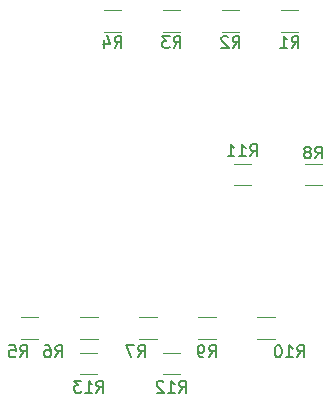
<source format=gbr>
%TF.GenerationSoftware,KiCad,Pcbnew,(6.0.6-0)*%
%TF.CreationDate,2022-07-04T00:10:09+08:00*%
%TF.ProjectId,test,74657374-2e6b-4696-9361-645f70636258,rev?*%
%TF.SameCoordinates,Original*%
%TF.FileFunction,Legend,Bot*%
%TF.FilePolarity,Positive*%
%FSLAX46Y46*%
G04 Gerber Fmt 4.6, Leading zero omitted, Abs format (unit mm)*
G04 Created by KiCad (PCBNEW (6.0.6-0)) date 2022-07-04 00:10:09*
%MOMM*%
%LPD*%
G01*
G04 APERTURE LIST*
%ADD10C,0.150000*%
%ADD11C,0.120000*%
G04 APERTURE END LIST*
D10*
%TO.C,R12*%
X152638095Y-123452380D02*
X152971428Y-122976190D01*
X153209523Y-123452380D02*
X153209523Y-122452380D01*
X152828571Y-122452380D01*
X152733333Y-122500000D01*
X152685714Y-122547619D01*
X152638095Y-122642857D01*
X152638095Y-122785714D01*
X152685714Y-122880952D01*
X152733333Y-122928571D01*
X152828571Y-122976190D01*
X153209523Y-122976190D01*
X151685714Y-123452380D02*
X152257142Y-123452380D01*
X151971428Y-123452380D02*
X151971428Y-122452380D01*
X152066666Y-122595238D01*
X152161904Y-122690476D01*
X152257142Y-122738095D01*
X151304761Y-122547619D02*
X151257142Y-122500000D01*
X151161904Y-122452380D01*
X150923809Y-122452380D01*
X150828571Y-122500000D01*
X150780952Y-122547619D01*
X150733333Y-122642857D01*
X150733333Y-122738095D01*
X150780952Y-122880952D01*
X151352380Y-123452380D01*
X150733333Y-123452380D01*
%TO.C,R11*%
X158642857Y-103452380D02*
X158976190Y-102976190D01*
X159214285Y-103452380D02*
X159214285Y-102452380D01*
X158833333Y-102452380D01*
X158738095Y-102500000D01*
X158690476Y-102547619D01*
X158642857Y-102642857D01*
X158642857Y-102785714D01*
X158690476Y-102880952D01*
X158738095Y-102928571D01*
X158833333Y-102976190D01*
X159214285Y-102976190D01*
X157690476Y-103452380D02*
X158261904Y-103452380D01*
X157976190Y-103452380D02*
X157976190Y-102452380D01*
X158071428Y-102595238D01*
X158166666Y-102690476D01*
X158261904Y-102738095D01*
X156738095Y-103452380D02*
X157309523Y-103452380D01*
X157023809Y-103452380D02*
X157023809Y-102452380D01*
X157119047Y-102595238D01*
X157214285Y-102690476D01*
X157309523Y-102738095D01*
%TO.C,R10*%
X162642857Y-120452380D02*
X162976190Y-119976190D01*
X163214285Y-120452380D02*
X163214285Y-119452380D01*
X162833333Y-119452380D01*
X162738095Y-119500000D01*
X162690476Y-119547619D01*
X162642857Y-119642857D01*
X162642857Y-119785714D01*
X162690476Y-119880952D01*
X162738095Y-119928571D01*
X162833333Y-119976190D01*
X163214285Y-119976190D01*
X161690476Y-120452380D02*
X162261904Y-120452380D01*
X161976190Y-120452380D02*
X161976190Y-119452380D01*
X162071428Y-119595238D01*
X162166666Y-119690476D01*
X162261904Y-119738095D01*
X161071428Y-119452380D02*
X160976190Y-119452380D01*
X160880952Y-119500000D01*
X160833333Y-119547619D01*
X160785714Y-119642857D01*
X160738095Y-119833333D01*
X160738095Y-120071428D01*
X160785714Y-120261904D01*
X160833333Y-120357142D01*
X160880952Y-120404761D01*
X160976190Y-120452380D01*
X161071428Y-120452380D01*
X161166666Y-120404761D01*
X161214285Y-120357142D01*
X161261904Y-120261904D01*
X161309523Y-120071428D01*
X161309523Y-119833333D01*
X161261904Y-119642857D01*
X161214285Y-119547619D01*
X161166666Y-119500000D01*
X161071428Y-119452380D01*
%TO.C,R2*%
X157166666Y-94272380D02*
X157500000Y-93796190D01*
X157738095Y-94272380D02*
X157738095Y-93272380D01*
X157357142Y-93272380D01*
X157261904Y-93320000D01*
X157214285Y-93367619D01*
X157166666Y-93462857D01*
X157166666Y-93605714D01*
X157214285Y-93700952D01*
X157261904Y-93748571D01*
X157357142Y-93796190D01*
X157738095Y-93796190D01*
X156785714Y-93367619D02*
X156738095Y-93320000D01*
X156642857Y-93272380D01*
X156404761Y-93272380D01*
X156309523Y-93320000D01*
X156261904Y-93367619D01*
X156214285Y-93462857D01*
X156214285Y-93558095D01*
X156261904Y-93700952D01*
X156833333Y-94272380D01*
X156214285Y-94272380D01*
%TO.C,R5*%
X139166666Y-120452380D02*
X139500000Y-119976190D01*
X139738095Y-120452380D02*
X139738095Y-119452380D01*
X139357142Y-119452380D01*
X139261904Y-119500000D01*
X139214285Y-119547619D01*
X139166666Y-119642857D01*
X139166666Y-119785714D01*
X139214285Y-119880952D01*
X139261904Y-119928571D01*
X139357142Y-119976190D01*
X139738095Y-119976190D01*
X138261904Y-119452380D02*
X138738095Y-119452380D01*
X138785714Y-119928571D01*
X138738095Y-119880952D01*
X138642857Y-119833333D01*
X138404761Y-119833333D01*
X138309523Y-119880952D01*
X138261904Y-119928571D01*
X138214285Y-120023809D01*
X138214285Y-120261904D01*
X138261904Y-120357142D01*
X138309523Y-120404761D01*
X138404761Y-120452380D01*
X138642857Y-120452380D01*
X138738095Y-120404761D01*
X138785714Y-120357142D01*
%TO.C,R13*%
X145638095Y-123452380D02*
X145971428Y-122976190D01*
X146209523Y-123452380D02*
X146209523Y-122452380D01*
X145828571Y-122452380D01*
X145733333Y-122500000D01*
X145685714Y-122547619D01*
X145638095Y-122642857D01*
X145638095Y-122785714D01*
X145685714Y-122880952D01*
X145733333Y-122928571D01*
X145828571Y-122976190D01*
X146209523Y-122976190D01*
X144685714Y-123452380D02*
X145257142Y-123452380D01*
X144971428Y-123452380D02*
X144971428Y-122452380D01*
X145066666Y-122595238D01*
X145161904Y-122690476D01*
X145257142Y-122738095D01*
X144352380Y-122452380D02*
X143733333Y-122452380D01*
X144066666Y-122833333D01*
X143923809Y-122833333D01*
X143828571Y-122880952D01*
X143780952Y-122928571D01*
X143733333Y-123023809D01*
X143733333Y-123261904D01*
X143780952Y-123357142D01*
X143828571Y-123404761D01*
X143923809Y-123452380D01*
X144209523Y-123452380D01*
X144304761Y-123404761D01*
X144352380Y-123357142D01*
%TO.C,R7*%
X149166666Y-120452380D02*
X149500000Y-119976190D01*
X149738095Y-120452380D02*
X149738095Y-119452380D01*
X149357142Y-119452380D01*
X149261904Y-119500000D01*
X149214285Y-119547619D01*
X149166666Y-119642857D01*
X149166666Y-119785714D01*
X149214285Y-119880952D01*
X149261904Y-119928571D01*
X149357142Y-119976190D01*
X149738095Y-119976190D01*
X148833333Y-119452380D02*
X148166666Y-119452380D01*
X148595238Y-120452380D01*
%TO.C,R1*%
X162166666Y-94272380D02*
X162500000Y-93796190D01*
X162738095Y-94272380D02*
X162738095Y-93272380D01*
X162357142Y-93272380D01*
X162261904Y-93320000D01*
X162214285Y-93367619D01*
X162166666Y-93462857D01*
X162166666Y-93605714D01*
X162214285Y-93700952D01*
X162261904Y-93748571D01*
X162357142Y-93796190D01*
X162738095Y-93796190D01*
X161214285Y-94272380D02*
X161785714Y-94272380D01*
X161500000Y-94272380D02*
X161500000Y-93272380D01*
X161595238Y-93415238D01*
X161690476Y-93510476D01*
X161785714Y-93558095D01*
%TO.C,R4*%
X147166666Y-94272380D02*
X147500000Y-93796190D01*
X147738095Y-94272380D02*
X147738095Y-93272380D01*
X147357142Y-93272380D01*
X147261904Y-93320000D01*
X147214285Y-93367619D01*
X147166666Y-93462857D01*
X147166666Y-93605714D01*
X147214285Y-93700952D01*
X147261904Y-93748571D01*
X147357142Y-93796190D01*
X147738095Y-93796190D01*
X146309523Y-93605714D02*
X146309523Y-94272380D01*
X146547619Y-93224761D02*
X146785714Y-93939047D01*
X146166666Y-93939047D01*
%TO.C,R8*%
X164166666Y-103632380D02*
X164500000Y-103156190D01*
X164738095Y-103632380D02*
X164738095Y-102632380D01*
X164357142Y-102632380D01*
X164261904Y-102680000D01*
X164214285Y-102727619D01*
X164166666Y-102822857D01*
X164166666Y-102965714D01*
X164214285Y-103060952D01*
X164261904Y-103108571D01*
X164357142Y-103156190D01*
X164738095Y-103156190D01*
X163595238Y-103060952D02*
X163690476Y-103013333D01*
X163738095Y-102965714D01*
X163785714Y-102870476D01*
X163785714Y-102822857D01*
X163738095Y-102727619D01*
X163690476Y-102680000D01*
X163595238Y-102632380D01*
X163404761Y-102632380D01*
X163309523Y-102680000D01*
X163261904Y-102727619D01*
X163214285Y-102822857D01*
X163214285Y-102870476D01*
X163261904Y-102965714D01*
X163309523Y-103013333D01*
X163404761Y-103060952D01*
X163595238Y-103060952D01*
X163690476Y-103108571D01*
X163738095Y-103156190D01*
X163785714Y-103251428D01*
X163785714Y-103441904D01*
X163738095Y-103537142D01*
X163690476Y-103584761D01*
X163595238Y-103632380D01*
X163404761Y-103632380D01*
X163309523Y-103584761D01*
X163261904Y-103537142D01*
X163214285Y-103441904D01*
X163214285Y-103251428D01*
X163261904Y-103156190D01*
X163309523Y-103108571D01*
X163404761Y-103060952D01*
%TO.C,R3*%
X152166666Y-94272380D02*
X152500000Y-93796190D01*
X152738095Y-94272380D02*
X152738095Y-93272380D01*
X152357142Y-93272380D01*
X152261904Y-93320000D01*
X152214285Y-93367619D01*
X152166666Y-93462857D01*
X152166666Y-93605714D01*
X152214285Y-93700952D01*
X152261904Y-93748571D01*
X152357142Y-93796190D01*
X152738095Y-93796190D01*
X151833333Y-93272380D02*
X151214285Y-93272380D01*
X151547619Y-93653333D01*
X151404761Y-93653333D01*
X151309523Y-93700952D01*
X151261904Y-93748571D01*
X151214285Y-93843809D01*
X151214285Y-94081904D01*
X151261904Y-94177142D01*
X151309523Y-94224761D01*
X151404761Y-94272380D01*
X151690476Y-94272380D01*
X151785714Y-94224761D01*
X151833333Y-94177142D01*
%TO.C,R6*%
X142166666Y-120452380D02*
X142500000Y-119976190D01*
X142738095Y-120452380D02*
X142738095Y-119452380D01*
X142357142Y-119452380D01*
X142261904Y-119500000D01*
X142214285Y-119547619D01*
X142166666Y-119642857D01*
X142166666Y-119785714D01*
X142214285Y-119880952D01*
X142261904Y-119928571D01*
X142357142Y-119976190D01*
X142738095Y-119976190D01*
X141309523Y-119452380D02*
X141500000Y-119452380D01*
X141595238Y-119500000D01*
X141642857Y-119547619D01*
X141738095Y-119690476D01*
X141785714Y-119880952D01*
X141785714Y-120261904D01*
X141738095Y-120357142D01*
X141690476Y-120404761D01*
X141595238Y-120452380D01*
X141404761Y-120452380D01*
X141309523Y-120404761D01*
X141261904Y-120357142D01*
X141214285Y-120261904D01*
X141214285Y-120023809D01*
X141261904Y-119928571D01*
X141309523Y-119880952D01*
X141404761Y-119833333D01*
X141595238Y-119833333D01*
X141690476Y-119880952D01*
X141738095Y-119928571D01*
X141785714Y-120023809D01*
%TO.C,R9*%
X155166666Y-120452380D02*
X155500000Y-119976190D01*
X155738095Y-120452380D02*
X155738095Y-119452380D01*
X155357142Y-119452380D01*
X155261904Y-119500000D01*
X155214285Y-119547619D01*
X155166666Y-119642857D01*
X155166666Y-119785714D01*
X155214285Y-119880952D01*
X155261904Y-119928571D01*
X155357142Y-119976190D01*
X155738095Y-119976190D01*
X154690476Y-120452380D02*
X154500000Y-120452380D01*
X154404761Y-120404761D01*
X154357142Y-120357142D01*
X154261904Y-120214285D01*
X154214285Y-120023809D01*
X154214285Y-119642857D01*
X154261904Y-119547619D01*
X154309523Y-119500000D01*
X154404761Y-119452380D01*
X154595238Y-119452380D01*
X154690476Y-119500000D01*
X154738095Y-119547619D01*
X154785714Y-119642857D01*
X154785714Y-119880952D01*
X154738095Y-119976190D01*
X154690476Y-120023809D01*
X154595238Y-120071428D01*
X154404761Y-120071428D01*
X154309523Y-120023809D01*
X154261904Y-119976190D01*
X154214285Y-119880952D01*
D11*
%TO.C,R12*%
X152722302Y-121910000D02*
X151268174Y-121910000D01*
X152722302Y-120090000D02*
X151268174Y-120090000D01*
%TO.C,R11*%
X157272936Y-105910000D02*
X158727064Y-105910000D01*
X157272936Y-104090000D02*
X158727064Y-104090000D01*
%TO.C,R10*%
X160727064Y-117090000D02*
X159272936Y-117090000D01*
X160727064Y-118910000D02*
X159272936Y-118910000D01*
%TO.C,R2*%
X156272936Y-92910000D02*
X157727064Y-92910000D01*
X156272936Y-91090000D02*
X157727064Y-91090000D01*
%TO.C,R5*%
X140727064Y-118910000D02*
X139272936Y-118910000D01*
X140727064Y-117090000D02*
X139272936Y-117090000D01*
%TO.C,R13*%
X145722302Y-120090000D02*
X144268174Y-120090000D01*
X145722302Y-121910000D02*
X144268174Y-121910000D01*
%TO.C,R7*%
X149272936Y-118910000D02*
X150727064Y-118910000D01*
X149272936Y-117090000D02*
X150727064Y-117090000D01*
%TO.C,R1*%
X161272936Y-92910000D02*
X162727064Y-92910000D01*
X161272936Y-91090000D02*
X162727064Y-91090000D01*
%TO.C,R4*%
X146272936Y-91090000D02*
X147727064Y-91090000D01*
X146272936Y-92910000D02*
X147727064Y-92910000D01*
%TO.C,R8*%
X164727064Y-104090000D02*
X163272936Y-104090000D01*
X164727064Y-105910000D02*
X163272936Y-105910000D01*
%TO.C,R3*%
X151272936Y-91090000D02*
X152727064Y-91090000D01*
X151272936Y-92910000D02*
X152727064Y-92910000D01*
%TO.C,R6*%
X145727064Y-118910000D02*
X144272936Y-118910000D01*
X145727064Y-117090000D02*
X144272936Y-117090000D01*
%TO.C,R9*%
X154272936Y-117090000D02*
X155727064Y-117090000D01*
X154272936Y-118910000D02*
X155727064Y-118910000D01*
%TD*%
M02*

</source>
